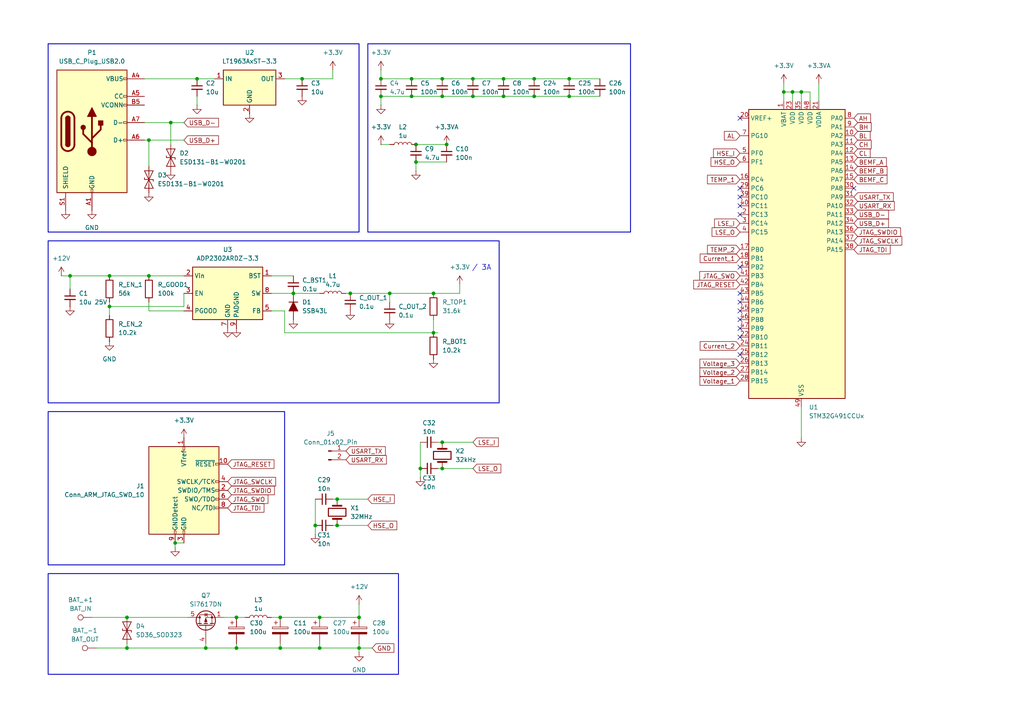
<source format=kicad_sch>
(kicad_sch (version 20231120) (generator "eeschema") (generator_version "8.0")
  (paper "A4")
  (lib_symbols
    (symbol "Connector:Conn_01x02_Pin" (pin_names (offset 1.016) hide)
      (property "Reference" "J" (at 0 2.54 0))
      (property "Value" "Conn_01x02_Pin" (at 0 -5.08 0))
      (symbol "Conn_01x02_Pin_1_1"
        (pin passive line (at 5.08 0 180) (length 3.81) (name "Pin_1") (number "1"))
        (pin passive line (at 5.08 -2.54 180) (length 3.81) (name "Pin_2") (number "2"))
      )
    )
    (symbol "Connector:Conn_ARM_JTAG_SWD_10" (pin_names (offset 1.016))
      (property "Reference" "J" (at -2.54 16.51 0))
      (property "Value" "Conn_ARM_JTAG_SWD_10" (at -2.54 13.97 0))
      (symbol "Conn_ARM_JTAG_SWD_10_1_1"
        (pin power_in line (at 0 15.24 270) (length 2.54) (name "VTref") (number "1"))
        (pin open_collector line (at 12.7 7.62 180) (length 2.54) (name "~{RESET}") (number "10"))
        (pin bidirectional line (at 12.7 0 180) (length 2.54) (name "SWDIO/TMS") (number "2"))
        (pin power_in line (at 0 -15.24 90) (length 2.54) (name "GND") (number "3"))
        (pin output line (at 12.7 2.54 180) (length 2.54) (name "SWCLK/TCK") (number "4"))
        (pin passive line (at 0 -15.24 90) (length 2.54) hide (name "GND") (number "5"))
        (pin input line (at 12.7 -2.54 180) (length 2.54) (name "SWO/TDO") (number "6"))
        (pin no_connect line (at -10.16 0 0) (length 2.54) hide (name "KEY") (number "7"))
        (pin output line (at 12.7 -5.08 180) (length 2.54) (name "NC/TDI") (number "8"))
        (pin passive line (at -2.54 -15.24 90) (length 2.54) (name "GNDDetect") (number "9"))
      )
    )
    (symbol "Connector:TestPoint" (pin_numbers hide) (pin_names (offset 0.762) hide)
      (property "Reference" "U_Bat-1" (at 5.08 3.302 90))
      (property "Value" "U_Bat -" (at 2.54 3.302 90))
      (symbol "TestPoint_1_1"
        (pin power_out line (at 0 0 90) (length 2.54) (name "1") (number "1"))
      )
    )
    (symbol "Connector:USB_C_Plug_USB2.0" (pin_names (offset 1.016))
      (property "Reference" "P1" (at 0 22.86 0))
      (property "Value" "USB_C_Plug_USB2.0" (at 0 20.32 0))
      (symbol "USB_C_Plug_USB2.0_1_1"
        (pin passive line (at 0 -22.86 90) (length 5.08) (name "GND") (number "A1"))
        (pin passive line (at 0 -22.86 90) (length 5.08) hide (name "GND") (number "A12"))
        (pin power_out line (at 15.24 15.24 180) (length 5.08) (name "VBUS") (number "A4"))
        (pin bidirectional line (at 15.24 10.16 180) (length 5.08) (name "CC") (number "A5"))
        (pin bidirectional line (at 15.24 -2.54 180) (length 5.08) (name "D+") (number "A6"))
        (pin bidirectional line (at 15.24 2.54 180) (length 5.08) (name "D-") (number "A7"))
        (pin passive line (at 15.24 15.24 180) (length 5.08) hide (name "VBUS") (number "A9"))
        (pin passive line (at 0 -22.86 90) (length 5.08) hide (name "GND") (number "B1"))
        (pin passive line (at 0 -22.86 90) (length 5.08) hide (name "GND") (number "B12"))
        (pin passive line (at 15.24 15.24 180) (length 5.08) hide (name "VBUS") (number "B4"))
        (pin bidirectional line (at 15.24 7.62 180) (length 5.08) (name "VCONN") (number "B5"))
        (pin passive line (at 15.24 15.24 180) (length 5.08) hide (name "VBUS") (number "B9"))
        (pin passive line (at -7.62 -22.86 90) (length 5.08) (name "SHIELD") (number "S1"))
      )
    )
    (symbol "Device:C_Polarized" (pin_numbers hide) (pin_names (offset 0.254))
      (property "Reference" "C" (at 0.635 2.54 0))
      (property "Value" "C_Polarized" (at 0.635 -2.54 0))
      (symbol "C_Polarized_1_1"
        (pin passive line (at 0 3.81 270) (length 2.794) (name "~") (number "1"))
        (pin passive line (at 0 -3.81 90) (length 2.794) (name "~") (number "2"))
      )
    )
    (symbol "Device:C_Small" (pin_numbers hide) (pin_names (offset 0.254) hide)
      (property "Reference" "C" (at 0.254 1.778 0))
      (property "Value" "C_Small" (at 0.254 -2.032 0))
      (symbol "C_Small_1_1"
        (pin passive line (at 0 2.54 270) (length 2.032) (name "~") (number "1"))
        (pin passive line (at 0 -2.54 90) (length 2.032) (name "~") (number "2"))
      )
    )
    (symbol "Device:Crystal" (pin_numbers hide) (pin_names (offset 1.016) hide)
      (property "Reference" "Y" (at 0 3.81 0))
      (property "Value" "Crystal" (at 0 -3.81 0))
      (symbol "Crystal_1_1"
        (pin passive line (at -3.81 0 0) (length 1.27) (name "1") (number "1"))
        (pin passive line (at 3.81 0 180) (length 1.27) (name "2") (number "2"))
      )
    )
    (symbol "Device:D_Filled" (pin_numbers hide) (pin_names (offset 1.016) hide)
      (property "Reference" "D" (at 0 2.54 0))
      (property "Value" "D_Filled" (at 0 -2.54 0))
      (symbol "D_Filled_1_1"
        (pin passive line (at -3.81 0 0) (length 2.54) (name "K") (number "1"))
        (pin passive line (at 3.81 0 180) (length 2.54) (name "A") (number "2"))
      )
    )
    (symbol "Device:L" (pin_numbers hide) (pin_names (offset 1.016) hide)
      (property "Reference" "L" (at -1.27 0 90))
      (property "Value" "L" (at 1.905 0 90))
      (symbol "L_1_1"
        (pin passive line (at 0 3.81 270) (length 1.27) (name "1") (number "1"))
        (pin passive line (at 0 -3.81 90) (length 1.27) (name "2") (number "2"))
      )
    )
    (symbol "Device:R" (pin_numbers hide) (pin_names (offset 0))
      (property "Reference" "R" (at 2.032 0 90))
      (property "Value" "R" (at 0 0 90))
      (symbol "R_1_1"
        (pin passive line (at 0 3.81 270) (length 1.27) (name "~") (number "1"))
        (pin passive line (at 0 -3.81 90) (length 1.27) (name "~") (number "2"))
      )
    )
    (symbol "Diode:ESD131-B1-W0201" (pin_numbers hide) (pin_names (offset 1.016) hide)
      (property "Reference" "D" (at 0 2.54 0))
      (property "Value" "ESD131-B1-W0201" (at 0 -2.54 0))
      (symbol "ESD131-B1-W0201_1_1"
        (pin passive line (at -3.81 0 0) (length 2.54) (name "A1") (number "1"))
        (pin passive line (at 3.81 0 180) (length 2.54) (name "A2") (number "2"))
      )
    )
    (symbol "Diode:SD36_SOD323" (pin_numbers hide) (pin_names (offset 1.016) hide)
      (property "Reference" "D" (at 0 2.54 0))
      (property "Value" "SD36_SOD323" (at 0 -2.54 0))
      (symbol "SD36_SOD323_1_1"
        (pin passive line (at -3.81 0 0) (length 2.54) (name "A1") (number "1"))
        (pin passive line (at 3.81 0 180) (length 2.54) (name "A2") (number "2"))
      )
    )
    (symbol "MCU_ST_STM32G4:STM32G491CCUx"
      (property "Reference" "U" (at -12.7 44.45 0))
      (property "Value" "STM32G491CCUx" (at 10.16 44.45 0))
      (symbol "STM32G491CCUx_1_1"
        (pin power_in line (at -2.54 45.72 270) (length 2.54) (name "VBAT") (number "1"))
        (pin bidirectional line (at 17.78 35.56 180) (length 2.54) (name "PA2") (number "10"))
        (pin bidirectional line (at 17.78 33.02 180) (length 2.54) (name "PA3") (number "11"))
        (pin bidirectional line (at 17.78 30.48 180) (length 2.54) (name "PA4") (number "12"))
        (pin bidirectional line (at 17.78 27.94 180) (length 2.54) (name "PA5") (number "13"))
        (pin bidirectional line (at 17.78 25.4 180) (length 2.54) (name "PA6") (number "14"))
        (pin bidirectional line (at 17.78 22.86 180) (length 2.54) (name "PA7") (number "15"))
        (pin bidirectional line (at -15.24 22.86 0) (length 2.54) (name "PC4") (number "16"))
        (pin bidirectional line (at -15.24 2.54 0) (length 2.54) (name "PB0") (number "17"))
        (pin bidirectional line (at -15.24 0 0) (length 2.54) (name "PB1") (number "18"))
        (pin bidirectional line (at -15.24 -2.54 0) (length 2.54) (name "PB2") (number "19"))
        (pin bidirectional line (at -15.24 12.7 0) (length 2.54) (name "PC13") (number "2"))
        (pin input line (at -15.24 40.64 0) (length 2.54) (name "VREF+") (number "20"))
        (pin power_in line (at 7.62 45.72 270) (length 2.54) (name "VDDA") (number "21"))
        (pin bidirectional line (at -15.24 -22.86 0) (length 2.54) (name "PB10") (number "22"))
        (pin power_in line (at 0 45.72 270) (length 2.54) (name "VDD") (number "23"))
        (pin bidirectional line (at -15.24 -25.4 0) (length 2.54) (name "PB11") (number "24"))
        (pin bidirectional line (at -15.24 -27.94 0) (length 2.54) (name "PB12") (number "25"))
        (pin bidirectional line (at -15.24 -30.48 0) (length 2.54) (name "PB13") (number "26"))
        (pin bidirectional line (at -15.24 -33.02 0) (length 2.54) (name "PB14") (number "27"))
        (pin bidirectional line (at -15.24 -35.56 0) (length 2.54) (name "PB15") (number "28"))
        (pin bidirectional line (at -15.24 20.32 0) (length 2.54) (name "PC6") (number "29"))
        (pin bidirectional line (at -15.24 10.16 0) (length 2.54) (name "PC14") (number "3"))
        (pin bidirectional line (at 17.78 20.32 180) (length 2.54) (name "PA8") (number "30"))
        (pin bidirectional line (at 17.78 17.78 180) (length 2.54) (name "PA9") (number "31"))
        (pin bidirectional line (at 17.78 15.24 180) (length 2.54) (name "PA10") (number "32"))
        (pin bidirectional line (at 17.78 12.7 180) (length 2.54) (name "PA11") (number "33"))
        (pin bidirectional line (at 17.78 10.16 180) (length 2.54) (name "PA12") (number "34"))
        (pin power_in line (at 2.54 45.72 270) (length 2.54) (name "VDD") (number "35"))
        (pin bidirectional line (at 17.78 7.62 180) (length 2.54) (name "PA13") (number "36"))
        (pin bidirectional line (at 17.78 5.08 180) (length 2.54) (name "PA14") (number "37"))
        (pin bidirectional line (at 17.78 2.54 180) (length 2.54) (name "PA15") (number "38"))
        (pin bidirectional line (at -15.24 17.78 0) (length 2.54) (name "PC10") (number "39"))
        (pin bidirectional line (at -15.24 7.62 0) (length 2.54) (name "PC15") (number "4"))
        (pin bidirectional line (at -15.24 15.24 0) (length 2.54) (name "PC11") (number "40"))
        (pin bidirectional line (at -15.24 -5.08 0) (length 2.54) (name "PB3") (number "41"))
        (pin bidirectional line (at -15.24 -7.62 0) (length 2.54) (name "PB4") (number "42"))
        (pin bidirectional line (at -15.24 -10.16 0) (length 2.54) (name "PB5") (number "43"))
        (pin bidirectional line (at -15.24 -12.7 0) (length 2.54) (name "PB6") (number "44"))
        (pin bidirectional line (at -15.24 -15.24 0) (length 2.54) (name "PB7") (number "45"))
        (pin bidirectional line (at -15.24 -17.78 0) (length 2.54) (name "PB8") (number "46"))
        (pin bidirectional line (at -15.24 -20.32 0) (length 2.54) (name "PB9") (number "47"))
        (pin power_in line (at 5.08 45.72 270) (length 2.54) (name "VDD") (number "48"))
        (pin power_in line (at 2.54 -43.18 90) (length 2.54) (name "VSS") (number "49"))
        (pin bidirectional line (at -15.24 30.48 0) (length 2.54) (name "PF0") (number "5"))
        (pin bidirectional line (at -15.24 27.94 0) (length 2.54) (name "PF1") (number "6"))
        (pin bidirectional line (at -15.24 35.56 0) (length 2.54) (name "PG10") (number "7"))
        (pin bidirectional line (at 17.78 40.64 180) (length 2.54) (name "PA0") (number "8"))
        (pin bidirectional line (at 17.78 38.1 180) (length 2.54) (name "PA1") (number "9"))
      )
    )
    (symbol "Regulator_Linear:LT1963AxST-3.3"
      (property "Reference" "U" (at -7.62 6.35 0))
      (property "Value" "LT1963AxST-3.3" (at -1.27 6.35 0))
      (symbol "LT1963AxST-3.3_1_1"
        (pin power_in line (at -10.16 2.54 0) (length 2.54) (name "IN") (number "1"))
        (pin power_in line (at 0 -7.62 90) (length 2.54) (name "GND") (number "2"))
        (pin power_out line (at 10.16 2.54 180) (length 2.54) (name "OUT") (number "3"))
      )
    )
    (symbol "Regulator_Switching:ADP2302ARDZ-3.3"
      (property "Reference" "U" (at -10.16 8.89 0))
      (property "Value" "ADP2302ARDZ-3.3" (at -3.81 8.89 0))
      (symbol "ADP2302ARDZ-3.3_1_1"
        (pin input line (at 12.7 5.08 180) (length 2.54) (name "BST") (number "1"))
        (pin power_in line (at -12.7 5.08 0) (length 2.54) (name "Vin") (number "2"))
        (pin input line (at -12.7 0 0) (length 2.54) (name "EN") (number "3"))
        (pin output line (at -12.7 -5.08 0) (length 2.54) (name "PGOOD") (number "4"))
        (pin input line (at 12.7 -5.08 180) (length 2.54) (name "FB") (number "5"))
        (pin no_connect line (at -10.16 2.54 0) (length 2.54) hide (name "NC") (number "6"))
        (pin power_in line (at 0 -10.16 90) (length 2.54) (name "GND") (number "7"))
        (pin power_out line (at 12.7 0 180) (length 2.54) (name "SW") (number "8"))
        (pin power_in line (at 2.54 -10.16 90) (length 2.54) (name "PADGND") (number "9"))
      )
    )
    (symbol "TestPoint_1" (pin_numbers hide) (pin_names (offset 0.762) hide)
      (property "Reference" "U_Bat+1" (at 5.08 3.302 90))
      (property "Value" "U_Bat +" (at 2.54 3.302 90))
      (symbol "TestPoint_1_1_1"
        (pin power_out line (at 0 0 90) (length 2.54) (name "1") (number "1"))
      )
    )
    (symbol "Transistor_FET:Si7617DN" (pin_names hide)
      (property "Reference" "Q" (at 5.08 1.905 0))
      (property "Value" "Si7617DN" (at 5.08 0 0))
      (symbol "Si7617DN_1_1"
        (pin passive line (at 2.54 -5.08 90) (length 2.54) (name "S") (number "1"))
        (pin passive line (at 2.54 -5.08 90) (length 2.54) hide (name "S") (number "2"))
        (pin passive line (at 2.54 -5.08 90) (length 2.54) hide (name "S") (number "3"))
        (pin input line (at -5.08 0 0) (length 2.54) (name "G") (number "4"))
        (pin passive line (at 2.54 5.08 270) (length 2.54) (name "D") (number "5"))
      )
    )
    (symbol "power:+12V" (power) (pin_numbers hide) (pin_names (offset 0) hide)
      (property "Value" "+12V" (at 0 3.556 0))
      (symbol "+12V_1_1"
        (pin power_in line (at 0 0 90) (length 0) (name "~") (number "1"))
      )
    )
    (symbol "power:+3.3V" (power) (pin_numbers hide) (pin_names (offset 0) hide)
      (property "Value" "+3.3V" (at 0 3.556 0))
      (symbol "+3.3V_1_1"
        (pin power_in line (at 0 0 90) (length 0) (name "~") (number "1"))
      )
    )
    (symbol "power:+3.3VA" (power) (pin_numbers hide) (pin_names (offset 0) hide)
      (property "Value" "+3.3VA" (at 0 3.556 0))
      (symbol "+3.3VA_1_1"
        (pin power_in line (at 0 0 90) (length 0) (name "~") (number "1"))
      )
    )
    (symbol "power:GND" (power) (pin_numbers hide) (pin_names (offset 0) hide)
      (property "Value" "GND" (at 0 -3.81 0))
      (symbol "GND_1_1"
        (pin power_in line (at 0 0 270) (length 0) (name "~") (number "1"))
      )
    )
  )
  (junction (at 128.27 27.94))
  (junction (at 92.71 187.96))
  (junction (at 128.27 135.89))
  (junction (at 87.63 22.86))
  (junction (at 50.8 157.48))
  (junction (at 165.1 22.86))
  (junction (at 36.83 187.96))
  (junction (at 128.27 22.86))
  (junction (at 154.94 22.86))
  (junction (at 85.09 85.09))
  (junction (at 120.65 46.99))
  (junction (at 97.79 144.78))
  (junction (at 68.58 187.96))
  (junction (at 59.69 187.96))
  (junction (at 146.05 27.94))
  (junction (at 120.65 41.91))
  (junction (at 91.44 152.4))
  (junction (at 119.38 22.86))
  (junction (at 81.28 179.07))
  (junction (at 119.38 27.94))
  (junction (at 43.18 40.64))
  (junction (at 154.94 27.94))
  (junction (at 43.18 80.01))
  (junction (at 121.92 135.89))
  (junction (at 68.58 179.07))
  (junction (at 137.16 22.86))
  (junction (at 125.73 96.52))
  (junction (at 36.83 179.07))
  (junction (at 128.27 128.27))
  (junction (at 97.79 152.4))
  (junction (at 20.32 80.01))
  (junction (at 92.71 179.07))
  (junction (at 137.16 27.94))
  (junction (at 81.28 187.96))
  (junction (at 31.75 88.9))
  (junction (at 229.87 26.67))
  (junction (at 110.49 27.94))
  (junction (at 104.14 187.96))
  (junction (at 227.33 26.67))
  (junction (at 232.41 26.67))
  (junction (at 101.6 85.09))
  (junction (at 49.53 35.56))
  (junction (at 125.73 85.09))
  (junction (at 113.03 85.09))
  (junction (at 104.14 179.07))
  (junction (at 31.75 80.01))
  (junction (at 146.05 22.86))
  (junction (at 57.15 22.86))
  (junction (at 165.1 27.94))
  (junction (at 129.54 41.91))
  (junction (at 110.49 22.86))
  (no_connect (at 214.63 95.25))
  (no_connect (at 214.63 54.61))
  (no_connect (at 214.63 102.87))
  (no_connect (at 214.63 59.69))
  (no_connect (at 214.63 85.09))
  (no_connect (at 214.63 34.29))
  (no_connect (at 214.63 92.71))
  (no_connect (at 214.63 77.47))
  (no_connect (at 214.63 62.23))
  (no_connect (at 214.63 97.79))
  (no_connect (at 214.63 57.15))
  (no_connect (at 214.63 87.63))
  (no_connect (at 214.63 90.17))
  (no_connect (at 247.65 54.61))
  (wire (pts (xy 92.71 186.69) (xy 92.71 187.96)))
  (wire (pts (xy 146.05 27.94) (xy 154.94 27.94)))
  (wire (pts (xy 146.05 22.86) (xy 154.94 22.86)))
  (wire (pts (xy 125.73 96.52) (xy 82.55 96.52)))
  (wire (pts (xy 36.83 186.69) (xy 36.83 187.96)))
  (wire (pts (xy 82.55 22.86) (xy 87.63 22.86)))
  (wire (pts (xy 234.95 26.67) (xy 232.41 26.67)))
  (wire (pts (xy 97.79 144.78) (xy 106.68 144.78)))
  (wire (pts (xy 234.95 29.21) (xy 234.95 26.67)))
  (wire (pts (xy 50.8 157.48) (xy 53.34 157.48)))
  (wire (pts (xy 110.49 41.91) (xy 113.03 41.91)))
  (wire (pts (xy 59.69 187.96) (xy 59.69 186.69)))
  (wire (pts (xy 227.33 24.13) (xy 227.33 26.67)))
  (wire (pts (xy 36.83 179.07) (xy 54.61 179.07)))
  (wire (pts (xy 20.32 80.01) (xy 20.32 83.82)))
  (wire (pts (xy 78.74 85.09) (xy 85.09 85.09)))
  (wire (pts (xy 121.92 135.89) (xy 121.92 138.43)))
  (wire (pts (xy 49.53 35.56) (xy 41.91 35.56)))
  (wire (pts (xy 165.1 27.94) (xy 173.99 27.94)))
  (wire (pts (xy 82.55 90.17) (xy 78.74 90.17)))
  (wire (pts (xy 96.52 152.4) (xy 97.79 152.4)))
  (wire (pts (xy 232.41 127) (xy 232.41 118.11)))
  (wire (pts (xy 128.27 135.89) (xy 137.16 135.89)))
  (wire (pts (xy 43.18 40.64) (xy 53.34 40.64)))
  (wire (pts (xy 87.63 22.86) (xy 96.52 22.86)))
  (wire (pts (xy 113.03 85.09) (xy 125.73 85.09)))
  (wire (pts (xy 92.71 187.96) (xy 81.28 187.96)))
  (wire (pts (xy 165.1 22.86) (xy 173.99 22.86)))
  (wire (pts (xy 78.74 80.01) (xy 85.09 80.01)))
  (wire (pts (xy 128.27 22.86) (xy 137.16 22.86)))
  (wire (pts (xy 96.52 144.78) (xy 97.79 144.78)))
  (wire (pts (xy 50.8 157.48) (xy 50.8 158.75)))
  (wire (pts (xy 120.65 46.99) (xy 129.54 46.99)))
  (wire (pts (xy 81.28 179.07) (xy 92.71 179.07)))
  (wire (pts (xy 31.75 87.63) (xy 31.75 88.9)))
  (wire (pts (xy 125.73 92.71) (xy 125.73 96.52)))
  (wire (pts (xy 104.14 175.26) (xy 104.14 179.07)))
  (wire (pts (xy 36.83 187.96) (xy 59.69 187.96)))
  (wire (pts (xy 127 128.27) (xy 128.27 128.27)))
  (wire (pts (xy 57.15 22.86) (xy 62.23 22.86)))
  (wire (pts (xy 232.41 26.67) (xy 232.41 29.21)))
  (wire (pts (xy 41.91 40.64) (xy 43.18 40.64)))
  (wire (pts (xy 110.49 20.32) (xy 110.49 22.86)))
  (wire (pts (xy 137.16 22.86) (xy 146.05 22.86)))
  (wire (pts (xy 127 135.89) (xy 128.27 135.89)))
  (wire (pts (xy 128.27 27.94) (xy 119.38 27.94)))
  (wire (pts (xy 125.73 85.09) (xy 133.35 85.09)))
  (wire (pts (xy 43.18 40.64) (xy 43.18 48.26)))
  (wire (pts (xy 232.41 26.67) (xy 229.87 26.67)))
  (wire (pts (xy 154.94 22.86) (xy 165.1 22.86)))
  (wire (pts (xy 43.18 90.17) (xy 53.34 90.17)))
  (wire (pts (xy 133.35 82.55) (xy 133.35 85.09)))
  (wire (pts (xy 229.87 26.67) (xy 229.87 29.21)))
  (wire (pts (xy 113.03 87.63) (xy 113.03 85.09)))
  (wire (pts (xy 146.05 27.94) (xy 137.16 27.94)))
  (wire (pts (xy 120.65 46.99) (xy 120.65 49.53)))
  (wire (pts (xy 81.28 187.96) (xy 68.58 187.96)))
  (wire (pts (xy 237.49 24.13) (xy 237.49 29.21)))
  (wire (pts (xy 53.34 85.09) (xy 53.34 88.9)))
  (wire (pts (xy 119.38 22.86) (xy 128.27 22.86)))
  (wire (pts (xy 78.74 179.07) (xy 81.28 179.07)))
  (wire (pts (xy 91.44 152.4) (xy 91.44 154.94)))
  (wire (pts (xy 31.75 80.01) (xy 43.18 80.01)))
  (wire (pts (xy 104.14 187.96) (xy 104.14 189.23)))
  (wire (pts (xy 85.09 85.09) (xy 92.71 85.09)))
  (wire (pts (xy 53.34 88.9) (xy 31.75 88.9)))
  (wire (pts (xy 227.33 26.67) (xy 227.33 29.21)))
  (wire (pts (xy 41.91 22.86) (xy 57.15 22.86)))
  (wire (pts (xy 43.18 80.01) (xy 53.34 80.01)))
  (wire (pts (xy 229.87 26.67) (xy 227.33 26.67)))
  (wire (pts (xy 68.58 186.69) (xy 68.58 187.96)))
  (wire (pts (xy 81.28 186.69) (xy 81.28 187.96)))
  (wire (pts (xy 64.77 179.07) (xy 68.58 179.07)))
  (wire (pts (xy 91.44 144.78) (xy 91.44 152.4)))
  (wire (pts (xy 128.27 128.27) (xy 137.16 128.27)))
  (wire (pts (xy 120.65 41.91) (xy 129.54 41.91)))
  (wire (pts (xy 127 96.52) (xy 125.73 96.52)))
  (wire (pts (xy 43.18 87.63) (xy 43.18 90.17)))
  (wire (pts (xy 57.15 30.48) (xy 57.15 27.94)))
  (wire (pts (xy 27.94 187.96) (xy 36.83 187.96)))
  (wire (pts (xy 82.55 96.52) (xy 82.55 90.17)))
  (wire (pts (xy 104.14 186.69) (xy 104.14 187.96)))
  (wire (pts (xy 26.67 179.07) (xy 36.83 179.07)))
  (wire (pts (xy 121.92 128.27) (xy 121.92 135.89)))
  (wire (pts (xy 53.34 35.56) (xy 49.53 35.56)))
  (wire (pts (xy 31.75 88.9) (xy 31.75 91.44)))
  (wire (pts (xy 92.71 179.07) (xy 104.14 179.07)))
  (wire (pts (xy 119.38 27.94) (xy 110.49 27.94)))
  (wire (pts (xy 97.79 152.4) (xy 106.68 152.4)))
  (wire (pts (xy 104.14 187.96) (xy 92.71 187.96)))
  (wire (pts (xy 96.52 20.32) (xy 96.52 22.86)))
  (wire (pts (xy 154.94 27.94) (xy 165.1 27.94)))
  (wire (pts (xy 104.14 187.96) (xy 107.95 187.96)))
  (wire (pts (xy 20.32 80.01) (xy 31.75 80.01)))
  (wire (pts (xy 49.53 35.56) (xy 49.53 41.91)))
  (wire (pts (xy 100.33 85.09) (xy 101.6 85.09)))
  (wire (pts (xy 17.78 80.01) (xy 20.32 80.01)))
  (wire (pts (xy 101.6 85.09) (xy 113.03 85.09)))
  (wire (pts (xy 110.49 27.94) (xy 110.49 30.48)))
  (wire (pts (xy 110.49 22.86) (xy 119.38 22.86)))
  (wire (pts (xy 137.16 27.94) (xy 128.27 27.94)))
  (wire (pts (xy 68.58 179.07) (xy 71.12 179.07)))
  (wire (pts (xy 59.69 187.96) (xy 68.58 187.96)))
  (rectangle (start 106.68 12.7) (end 182.88 67.31) (stroke (width 0.254)))
  (rectangle (start 13.97 12.7) (end 104.14 67.31) (stroke (width 0.254)))
  (rectangle (start 13.97 166.37) (end 115.57 195.58) (stroke (width 0.254)))
  (rectangle (start 13.97 69.85) (end 144.78 116.84) (stroke (width 0.254)))
  (rectangle (start 13.97 119.38) (end 82.55 163.83) (stroke (width 0.254)))
  (text "/ 3A" (at 139.7 77.724 0) (effects (font (size 1.524 1.524))))
  (global_label "BEMF_C" (shape input) (at 247.65 52.07 0) (property "Intersheetrefs" "${INTERSHEET_REFS}" (effects (hide yes))))
  (global_label "USART_TX" (shape input) (at 100.33 130.81 0) (property "Intersheetrefs" "${INTERSHEET_REFS}" (effects (hide yes))))
  (global_label "JTAG_RESET" (shape input) (at 214.63 82.55 180) (property "Intersheetrefs" "${INTERSHEET_REFS}" (effects (hide yes))))
  (global_label "Voltage_3" (shape input) (at 214.63 105.41 180) (property "Intersheetrefs" "${INTERSHEET_REFS}" (effects (hide yes))))
  (global_label "HSE_I" (shape input) (at 214.63 44.45 180) (property "Intersheetrefs" "${INTERSHEET_REFS}" (effects (hide yes))))
  (global_label "Voltage_2" (shape input) (at 214.63 107.95 180) (property "Intersheetrefs" "${INTERSHEET_REFS}" (effects (hide yes))))
  (global_label "JTAG_TDI" (shape input) (at 247.65 72.39 0) (property "Intersheetrefs" "${INTERSHEET_REFS}" (effects (hide yes))))
  (global_label "JTAG_SWDIO" (shape input) (at 66.04 142.24 0) (property "Intersheetrefs" "${INTERSHEET_REFS}" (effects (hide yes))))
  (global_label "AL" (shape input) (at 214.63 39.37 180) (property "Intersheetrefs" "${INTERSHEET_REFS}" (effects (hide yes))))
  (global_label "Current_2" (shape input) (at 214.63 100.33 180) (property "Intersheetrefs" "${INTERSHEET_REFS}" (effects (hide yes))))
  (global_label "JTAG_TDI" (shape input) (at 66.04 147.32 0) (property "Intersheetrefs" "${INTERSHEET_REFS}" (effects (hide yes))))
  (global_label "BH" (shape input) (at 247.65 36.83 0) (property "Intersheetrefs" "${INTERSHEET_REFS}" (effects (hide yes))))
  (global_label "HSE_O" (shape input) (at 214.63 46.99 180) (property "Intersheetrefs" "${INTERSHEET_REFS}" (effects (hide yes))))
  (global_label "JTAG_SWCLK" (shape input) (at 247.65 69.85 0) (property "Intersheetrefs" "${INTERSHEET_REFS}" (effects (hide yes))))
  (global_label "CH" (shape input) (at 247.65 41.91 0) (property "Intersheetrefs" "${INTERSHEET_REFS}" (effects (hide yes))))
  (global_label "LSE_O" (shape input) (at 214.63 67.31 180) (property "Intersheetrefs" "${INTERSHEET_REFS}" (effects (hide yes))))
  (global_label "TEMP_1" (shape input) (at 214.63 52.07 180) (property "Intersheetrefs" "${INTERSHEET_REFS}" (effects (hide yes))))
  (global_label "JTAG_SWCLK" (shape input) (at 66.04 139.7 0) (property "Intersheetrefs" "${INTERSHEET_REFS}" (effects (hide yes))))
  (global_label "HSE_I" (shape input) (at 106.68 144.78 0) (property "Intersheetrefs" "${INTERSHEET_REFS}" (effects (hide yes))))
  (global_label "JTAG_SWDIO" (shape input) (at 247.65 67.31 0) (property "Intersheetrefs" "${INTERSHEET_REFS}" (effects (hide yes))))
  (global_label "BEMF_B" (shape input) (at 247.65 49.53 0) (property "Intersheetrefs" "${INTERSHEET_REFS}" (effects (hide yes))))
  (global_label "JTAG_SWO" (shape input) (at 66.04 144.78 0) (property "Intersheetrefs" "${INTERSHEET_REFS}" (effects (hide yes))))
  (global_label "BEMF_A" (shape input) (at 247.65 46.99 0) (property "Intersheetrefs" "${INTERSHEET_REFS}" (effects (hide yes))))
  (global_label "USART_RX" (shape input) (at 100.33 133.35 0) (property "Intersheetrefs" "${INTERSHEET_REFS}" (effects (hide yes))))
  (global_label "LSE_O" (shape input) (at 137.16 135.89 0) (property "Intersheetrefs" "${INTERSHEET_REFS}" (effects (hide yes))))
  (global_label "LSE_I" (shape input) (at 214.63 64.77 180) (property "Intersheetrefs" "${INTERSHEET_REFS}" (effects (hide yes))))
  (global_label "LSE_I" (shape input) (at 137.16 128.27 0) (property "Intersheetrefs" "${INTERSHEET_REFS}" (effects (hide yes))))
  (global_label "USB_D-" (shape input) (at 53.34 35.56 0) (property "Intersheetrefs" "${INTERSHEET_REFS}" (effects (hide yes))))
  (global_label "USART_TX" (shape input) (at 247.65 57.15 0) (property "Intersheetrefs" "${INTERSHEET_REFS}" (effects (hide yes))))
  (global_label "JTAG_RESET" (shape input) (at 66.04 134.62 0) (property "Intersheetrefs" "${INTERSHEET_REFS}" (effects (hide yes))))
  (global_label "Voltage_1" (shape input) (at 214.63 110.49 180) (property "Intersheetrefs" "${INTERSHEET_REFS}" (effects (hide yes))))
  (global_label "Current_1" (shape input) (at 214.63 74.93 180) (property "Intersheetrefs" "${INTERSHEET_REFS}" (effects (hide yes))))
  (global_label "TEMP_2" (shape input) (at 214.63 72.39 180) (property "Intersheetrefs" "${INTERSHEET_REFS}" (effects (hide yes))))
  (global_label "GND" (shape input) (at 107.95 187.96 0) (property "Intersheetrefs" "${INTERSHEET_REFS}" (effects (hide yes))))
  (global_label "BL" (shape input) (at 247.65 39.37 0) (property "Intersheetrefs" "${INTERSHEET_REFS}" (effects (hide yes))))
  (global_label "USB_D+" (shape input) (at 247.65 64.77 0) (property "Intersheetrefs" "${INTERSHEET_REFS}" (effects (hide yes))))
  (global_label "USB_D+" (shape input) (at 53.34 40.64 0) (property "Intersheetrefs" "${INTERSHEET_REFS}" (effects (hide yes))))
  (global_label "USART_RX" (shape input) (at 247.65 59.69 0) (property "Intersheetrefs" "${INTERSHEET_REFS}" (effects (hide yes))))
  (global_label "AH" (shape input) (at 247.65 34.29 0) (property "Intersheetrefs" "${INTERSHEET_REFS}" (effects (hide yes))))
  (global_label "CL" (shape input) (at 247.65 44.45 0) (property "Intersheetrefs" "${INTERSHEET_REFS}" (effects (hide yes))))
  (global_label "USB_D-" (shape input) (at 247.65 62.23 0) (property "Intersheetrefs" "${INTERSHEET_REFS}" (effects (hide yes))))
  (global_label "HSE_O" (shape input) (at 106.68 152.4 0) (property "Intersheetrefs" "${INTERSHEET_REFS}" (effects (hide yes))))
  (global_label "JTAG_SWO" (shape input) (at 214.63 80.01 180) (property "Intersheetrefs" "${INTERSHEET_REFS}" (effects (hide yes))))
  (symbol (lib_id "power:GND") (at 85.09 92.71 0) (unit 1)
    (property "Reference" "#PWR09" (effects (hide yes)))
    (property "Value" "GND" (effects (hide yes)))
    (property "Description" "Power symbol creates a global label with name \"GND\" , ground" (effects (hide yes)))
  )
  (symbol (lib_id "power:GND") (at 68.58 95.25 0) (unit 1)
    (property "Reference" "#PWR06" (effects (hide yes)))
    (property "Value" "GND" (effects (hide yes)))
    (property "Description" "Power symbol creates a global label with name \"GND\" , ground" (effects (hide yes)))
  )
  (symbol (lib_id "power:GND") (at 101.6 90.17 0) (unit 1)
    (property "Reference" "#PWR07" (effects (hide yes)))
    (property "Value" "GND" (effects (hide yes)))
    (property "Description" "Power symbol creates a global label with name \"GND\" , ground" (effects (hide yes)))
  )
  (symbol (lib_id "Connector:USB_C_Plug_USB2.0") (at 26.67 38.1 0) (unit 1)
    (property "Reference" "P1" (at 26.67 15.24 0))
    (property "Value" "USB_C_Plug_USB2.0" (at 26.67 17.78 0))
    (property "Footprint" "Connector_USB:USB_C_Receptacle_Amphenol_12401610E4-2A" (effects (hide yes)))
    (property "Datasheet" "https://www.usb.org/sites/default/files/documents/usb_type-c.zip" (effects (hide yes)))
    (property "Description" "USB 2.0-only Type-C Plug connector" (effects (hide yes)))
  )
  (symbol (lib_id "power:GND") (at 66.04 95.25 0) (unit 1)
    (property "Reference" "#PWR05" (effects (hide yes)))
    (property "Value" "GND" (effects (hide yes)))
    (property "Description" "Power symbol creates a global label with name \"GND\" , ground" (effects (hide yes)))
  )
  (symbol (lib_id "Device:C_Small") (at 173.99 25.4 0) (unit 1)
    (property "Reference" "C26" (at 176.53 24.1362 0) (effects (justify left)))
    (property "Value" "100n" (at 176.53 26.6762 0) (effects (justify left)))
    (property "Footprint" "Capacitor_SMD:C_0201_0603Metric" (effects (hide yes)))
    (property "Description" "Unpolarized capacitor, small symbol" (effects (hide yes)))
  )
  (symbol (lib_id "Device:C_Small") (at 57.15 25.4 0) (unit 1)
    (property "Reference" "C2" (at 59.69 24.1362 0) (effects (justify left)))
    (property "Value" "10u" (at 59.69 26.6762 0) (effects (justify left)))
    (property "Footprint" "Capacitor_SMD:C_0201_0603Metric" (effects (hide yes)))
    (property "Description" "Unpolarized capacitor, small symbol" (effects (hide yes)))
  )
  (symbol (lib_id "Device:C_Small") (at 128.27 25.4 0) (unit 1)
    (property "Reference" "C6" (at 130.81 24.1362 0) (effects (justify left)))
    (property "Value" "100n" (at 130.81 26.6762 0) (effects (justify left)))
    (property "Footprint" "Capacitor_SMD:C_0201_0603Metric" (effects (hide yes)))
    (property "Description" "Unpolarized capacitor, small symbol" (effects (hide yes)))
  )
  (symbol (lib_id "power:GND") (at 72.39 33.02 0) (unit 1)
    (property "Reference" "#PWR014" (effects (hide yes)))
    (property "Value" "GND" (effects (hide yes)))
    (property "Description" "Power symbol creates a global label with name \"GND\" , ground" (effects (hide yes)))
  )
  (symbol (lib_id "Device:C_Small") (at 101.6 87.63 0) (unit 1)
    (property "Reference" "C_OUT_1" (at 104.14 86.3662 0) (effects (justify left)))
    (property "Value" "0.1u" (at 104.14 88.9062 0) (effects (justify left)))
    (property "Footprint" "Capacitor_SMD:C_0201_0603Metric" (effects (hide yes)))
    (property "Description" "Unpolarized capacitor, small symbol" (effects (hide yes)))
  )
  (symbol (lib_id "Device:R") (at 31.75 95.25 0) (unit 1)
    (property "Reference" "R_EN_2" (at 34.29 93.9799 0) (effects (justify left)))
    (property "Value" "10.2k" (at 34.29 96.5199 0) (effects (justify left)))
    (property "Footprint" "Resistor_SMD:R_0201_0603Metric_Pad0.64x0.40mm_HandSolder" (effects (hide yes)))
    (property "Description" "Resistor" (effects (hide yes)))
  )
  (symbol (lib_id "Device:C_Small") (at 146.05 25.4 0) (unit 1)
    (property "Reference" "C8" (at 148.59 24.1362 0) (effects (justify left)))
    (property "Value" "100n" (at 148.59 26.6762 0) (effects (justify left)))
    (property "Footprint" "Capacitor_SMD:C_0201_0603Metric" (effects (hide yes)))
    (property "Description" "Unpolarized capacitor, small symbol" (effects (hide yes)))
  )
  (symbol (lib_id "Device:C_Polarized") (at 81.28 182.88 0) (unit 1)
    (property "Reference" "C11" (at 85.09 180.7209 0) (effects (justify left)))
    (property "Value" "100u" (at 85.09 183.2609 0) (effects (justify left)))
    (property "Footprint" "Capacitor_SMD:CP_Elec_3x5.3" (effects (hide yes)))
    (property "Description" "Polarized capacitor" (effects (hide yes)))
  )
  (symbol (lib_id "power:GND") (at 121.92 138.43 0) (unit 1)
    (property "Reference" "#PWR053" (effects (hide yes)))
    (property "Value" "GND" (effects (hide yes)))
    (property "Description" "Power symbol creates a global label with name \"GND\" , ground" (effects (hide yes)))
  )
  (symbol (lib_name "TestPoint_1") (lib_id "Connector:TestPoint") (at 26.67 179.07 90) (unit 1)
    (property "Reference" "BAT_+1" (at 23.368 173.99 90))
    (property "Value" "BAT_IN" (at 23.368 176.53 90))
    (property "Footprint" "Connector_Wire:SolderWire-2.5sqmm_1x01_D2.4mm_OD4.4mm" (effects (hide yes)))
    (property "Description" "test point" (effects (hide yes)))
  )
  (symbol (lib_id "Connector:Conn_ARM_JTAG_SWD_10") (at 53.34 142.24 0) (unit 1)
    (property "Reference" "J1" (at 41.91 140.9699 0) (effects (justify right)))
    (property "Value" "Conn_ARM_JTAG_SWD_10" (at 41.91 143.5099 0) (effects (justify right)))
    (property "Footprint" "Connector_PinHeader_1.27mm:PinHeader_2x05_P1.27mm_Vertical_SMD" (effects (hide yes)))
    (property "Datasheet" "http://infocenter.arm.com/help/topic/com.arm.doc.ddi0314h/DDI0314H_coresight_components_trm.pdf" (effects (hide yes)))
    (property "Description" "Cortex Debug Connector, standard ARM Cortex-M SWD and JTAG interface" (effects (hide yes)))
  )
  (symbol (lib_id "power:GND") (at 232.41 127 0) (unit 1)
    (property "Reference" "#PWR026" (effects (hide yes)))
    (property "Value" "GND" (effects (hide yes)))
    (property "Description" "Power symbol creates a global label with name \"GND\" , ground" (effects (hide yes)))
  )
  (symbol (lib_id "power:GND") (at 31.75 99.06 0) (unit 1)
    (property "Reference" "#PWR04" (effects (hide yes)))
    (property "Value" "GND" (at 31.75 104.14 0))
    (property "Description" "Power symbol creates a global label with name \"GND\" , ground" (effects (hide yes)))
  )
  (symbol (lib_id "Device:L") (at 116.84 41.91 90) (unit 1)
    (property "Reference" "L2" (at 116.84 36.83 90))
    (property "Value" "1u" (at 116.84 39.37 90))
    (property "Footprint" "Inductor_SMD:L_0201_0603Metric" (effects (hide yes)))
    (property "Description" "Inductor" (effects (hide yes)))
  )
  (symbol (lib_id "power:GND") (at 57.15 30.48 0) (unit 1)
    (property "Reference" "#PWR013" (effects (hide yes)))
    (property "Value" "GND" (effects (hide yes)))
    (property "Description" "Power symbol creates a global label with name \"GND\" , ground" (effects (hide yes)))
  )
  (symbol (lib_id "Device:C_Small") (at 165.1 25.4 0) (unit 1)
    (property "Reference" "C25" (at 167.64 24.1362 0) (effects (justify left)))
    (property "Value" "100n" (at 167.64 26.6762 0) (effects (justify left)))
    (property "Footprint" "Capacitor_SMD:C_0201_0603Metric" (effects (hide yes)))
    (property "Description" "Unpolarized capacitor, small symbol" (effects (hide yes)))
  )
  (symbol (lib_id "power:+12V") (at 104.14 175.26 0) (unit 1)
    (property "Reference" "#PWR01" (effects (hide yes)))
    (property "Value" "+12V" (at 104.14 170.18 0))
    (property "Description" "Power symbol creates a global label with name \"+12V\"" (effects (hide yes)))
  )
  (symbol (lib_id "Transistor_FET:Si7617DN") (at 59.69 181.61 90) (unit 1)
    (property "Reference" "Q7" (at 59.69 172.72 90))
    (property "Value" "Si7617DN" (at 59.69 175.26 90))
    (property "Footprint" "Package_SO:Vishay_PowerPAK_1212-8_Single" (effects (hide yes)))
    (property "Datasheet" "https://www.vishay.com/docs/65164/si7617dn.pdf" (effects (hide yes)))
    (property "Description" "-35A Id, -30V Vds, 0.0123 Ohm Ron, PowerPAK-8" (effects (hide yes)))
  )
  (symbol (lib_id "Diode:ESD131-B1-W0201") (at 43.18 52.07 90) (unit 1)
    (property "Reference" "D3" (at 45.72 50.7999 90) (effects (justify right)))
    (property "Value" "ESD131-B1-W0201" (at 45.72 53.3399 90) (effects (justify right)))
    (property "Footprint" "Diode_SMD:Infineon_SG-WLL-2-3_0.58x0.28_P0.36mm" (effects (hide yes)))
    (property "Datasheet" "https://www.infineon.com/dgdl/Infineon-ESD131-B1-W0201-DataSheet-v02_00-EN.pdf?fileId=5546d4625cc9456a015ce94850964889" (effects (hide yes)))
    (property "Description" "Bidirectional ESD protection diode, +/-5.5Vrwm, 0.23pF, SG-WLL-2-3" (effects (hide yes)))
  )
  (symbol (lib_id "power:GND") (at 104.14 189.23 0) (unit 1)
    (property "Reference" "#PWR02" (effects (hide yes)))
    (property "Value" "GND" (at 104.14 194.31 0))
    (property "Description" "Power symbol creates a global label with name \"GND\" , ground" (effects (hide yes)))
  )
  (symbol (lib_id "power:+3.3V") (at 133.35 82.55 0) (unit 1)
    (property "Reference" "#PWR011" (effects (hide yes)))
    (property "Value" "+3.3V" (at 133.35 77.47 0))
    (property "Description" "Power symbol creates a global label with name \"+3.3V\"" (effects (hide yes)))
  )
  (symbol (lib_id "Device:C_Small") (at 154.94 25.4 0) (unit 1)
    (property "Reference" "C24" (at 157.48 24.1362 0) (effects (justify left)))
    (property "Value" "100n" (at 157.48 26.6762 0) (effects (justify left)))
    (property "Footprint" "Capacitor_SMD:C_0201_0603Metric" (effects (hide yes)))
    (property "Description" "Unpolarized capacitor, small symbol" (effects (hide yes)))
  )
  (symbol (lib_id "power:GND") (at 125.73 104.14 0) (unit 1)
    (property "Reference" "#PWR010" (effects (hide yes)))
    (property "Value" "GND" (effects (hide yes)))
    (property "Description" "Power symbol creates a global label with name \"GND\" , ground" (effects (hide yes)))
  )
  (symbol (lib_id "power:+3.3V") (at 110.49 41.91 0) (unit 1)
    (property "Reference" "#PWR023" (effects (hide yes)))
    (property "Value" "+3.3V" (at 110.49 36.83 0))
    (property "Description" "Power symbol creates a global label with name \"+3.3V\"" (effects (hide yes)))
  )
  (symbol (lib_id "Device:C_Polarized") (at 92.71 182.88 0) (unit 1)
    (property "Reference" "C27" (at 96.52 180.7209 0) (effects (justify left)))
    (property "Value" "100u" (at 96.52 183.2609 0) (effects (justify left)))
    (property "Footprint" "Capacitor_SMD:CP_Elec_3x5.3" (effects (hide yes)))
    (property "Description" "Polarized capacitor" (effects (hide yes)))
  )
  (symbol (lib_id "Device:C_Small") (at 124.46 128.27 90) (unit 1)
    (property "Reference" "C32" (at 124.46 122.682 90))
    (property "Value" "10n" (at 124.46 125.222 90))
    (property "Footprint" "Capacitor_SMD:C_0201_0603Metric" (effects (hide yes)))
    (property "Description" "Unpolarized capacitor, small symbol" (effects (hide yes)))
  )
  (symbol (lib_id "Device:Crystal") (at 97.79 148.59 90) (unit 1)
    (property "Reference" "X1" (at 101.6 147.3199 90) (effects (justify right)))
    (property "Value" "32MHz" (at 101.6 149.8599 90) (effects (justify right)))
    (property "Footprint" "Crystal:Crystal_SMD_2012-2Pin_2.0x1.2mm_HandSoldering" (effects (hide yes)))
    (property "Description" "Two pin crystal" (effects (hide yes)))
  )
  (symbol (lib_id "MCU_ST_STM32G4:STM32G491CCUx") (at 229.87 74.93 0) (unit 1)
    (property "Reference" "U1" (at 234.6041 118.11 0) (effects (justify left)))
    (property "Value" "STM32G491CCUx" (at 234.6041 120.65 0) (effects (justify left)))
    (property "Footprint" "Package_DFN_QFN:QFN-48-1EP_7x7mm_P0.5mm_EP5.6x5.6mm" (effects (hide yes)))
    (property "Datasheet" "https://www.st.com/resource/en/datasheet/stm32g491cc.pdf" (effects (hide yes)))
    (property "Description" "STMicroelectronics Arm Cortex-M4 MCU, 256KB flash, 112KB RAM, 170 MHz, 1.71-3.6V, 42 GPIO, UFQFPN48" (effects (hide yes)))
  )
  (symbol (lib_id "Device:D_Filled") (at 85.09 88.9 270) (unit 1)
    (property "Reference" "D1" (at 87.63 87.6299 90) (effects (justify left)))
    (property "Value" "SSB43L" (at 87.63 90.1699 90) (effects (justify left)))
    (property "Footprint" "Diode_SMD:D_SMB" (effects (hide yes)))
    (property "Description" "Diode, filled shape" (effects (hide yes)))
    (property "Sim.Device" "D" (effects (hide yes)))
    (property "Sim.Pins" "1=K 2=A" (effects (hide yes)))
  )
  (symbol (lib_id "power:+3.3V") (at 227.33 24.13 0) (unit 1)
    (property "Reference" "#PWR027" (effects (hide yes)))
    (property "Value" "+3.3V" (at 227.33 19.05 0))
    (property "Description" "Power symbol creates a global label with name \"+3.3V\"" (effects (hide yes)))
  )
  (symbol (lib_id "power:+3.3V") (at 96.52 20.32 0) (unit 1)
    (property "Reference" "#PWR018" (effects (hide yes)))
    (property "Value" "+3.3V" (at 96.52 15.24 0))
    (property "Description" "Power symbol creates a global label with name \"+3.3V\"" (effects (hide yes)))
  )
  (symbol (lib_id "power:GND") (at 110.49 30.48 0) (unit 1)
    (property "Reference" "#PWR022" (effects (hide yes)))
    (property "Value" "GND" (effects (hide yes)))
    (property "Description" "Power symbol creates a global label with name \"GND\" , ground" (effects (hide yes)))
  )
  (symbol (lib_id "Regulator_Linear:LT1963AxST-3.3") (at 72.39 25.4 0) (unit 1)
    (property "Reference" "U2" (at 72.39 15.24 0))
    (property "Value" "LT1963AxST-3.3" (at 72.39 17.78 0))
    (property "Footprint" "Package_TO_SOT_SMD:SOT-223-3_TabPin2" (effects (hide yes)))
    (property "Datasheet" "https://www.analog.com/media/en/technical-documentation/data-sheets/1963aff.pdf" (effects (hide yes)))
    (property "Description" "3.3V, 1.5A, Low Noise, Fast Transient Response LDO Regulator, SOT-223" (effects (hide yes)))
  )
  (symbol (lib_id "power:+3.3VA") (at 237.49 24.13 0) (unit 1)
    (property "Reference" "#PWR028" (effects (hide yes)))
    (property "Value" "+3.3VA" (at 237.49 19.05 0))
    (property "Description" "Power symbol creates a global label with name \"+3.3VA\"" (effects (hide yes)))
  )
  (symbol (lib_id "Connector:TestPoint") (at 27.94 187.96 90) (unit 1)
    (property "Reference" "BAT_-1" (at 24.638 182.88 90))
    (property "Value" "BAT_OUT" (at 24.638 185.42 90))
    (property "Footprint" "Connector_Wire:SolderWire-2.5sqmm_1x01_D2.4mm_OD4.4mm" (effects (hide yes)))
    (property "Description" "test point" (effects (hide yes)))
  )
  (symbol (lib_id "Device:C_Small") (at 20.32 86.36 0) (unit 1)
    (property "Reference" "C1" (at 22.86 85.0962 0) (effects (justify left)))
    (property "Value" "10u 25V" (at 22.86 87.6362 0) (effects (justify left)))
    (property "Footprint" "Capacitor_SMD:C_0201_0603Metric" (effects (hide yes)))
    (property "Description" "Unpolarized capacitor, small symbol" (effects (hide yes)))
  )
  (symbol (lib_id "Diode:ESD131-B1-W0201") (at 49.53 45.72 90) (unit 1)
    (property "Reference" "D2" (at 52.07 44.4499 90) (effects (justify right)))
    (property "Value" "ESD131-B1-W0201" (at 52.07 46.9899 90) (effects (justify right)))
    (property "Footprint" "Diode_SMD:Infineon_SG-WLL-2-3_0.58x0.28_P0.36mm" (effects (hide yes)))
    (property "Datasheet" "https://www.infineon.com/dgdl/Infineon-ESD131-B1-W0201-DataSheet-v02_00-EN.pdf?fileId=5546d4625cc9456a015ce94850964889" (effects (hide yes)))
    (property "Description" "Bidirectional ESD protection diode, +/-5.5Vrwm, 0.23pF, SG-WLL-2-3" (effects (hide yes)))
  )
  (symbol (lib_id "power:+12V") (at 17.78 80.01 0) (unit 1)
    (property "Reference" "#PWR012" (effects (hide yes)))
    (property "Value" "+12V" (at 17.78 74.93 0))
    (property "Description" "Power symbol creates a global label with name \"+12V\"" (effects (hide yes)))
  )
  (symbol (lib_id "Device:R") (at 125.73 88.9 0) (unit 1)
    (property "Reference" "R_TOP1" (at 128.27 87.6299 0) (effects (justify left)))
    (property "Value" "31.6k" (at 128.27 90.1699 0) (effects (justify left)))
    (property "Footprint" "Resistor_SMD:R_0603_1608Metric_Pad0.98x0.95mm_HandSolder" (effects (hide yes)))
    (property "Description" "Resistor" (effects (hide yes)))
  )
  (symbol (lib_id "power:+3.3V") (at 53.34 127 0) (unit 1)
    (property "Reference" "#PWR030" (effects (hide yes)))
    (property "Value" "+3.3V" (at 53.34 121.92 0))
    (property "Description" "Power symbol creates a global label with name \"+3.3V\"" (effects (hide yes)))
  )
  (symbol (lib_id "Device:C_Small") (at 137.16 25.4 0) (unit 1)
    (property "Reference" "C7" (at 139.7 24.1362 0) (effects (justify left)))
    (property "Value" "100n" (at 139.7 26.6762 0) (effects (justify left)))
    (property "Footprint" "Capacitor_SMD:C_0201_0603Metric" (effects (hide yes)))
    (property "Description" "Unpolarized capacitor, small symbol" (effects (hide yes)))
  )
  (symbol (lib_id "Device:C_Small") (at 120.65 44.45 0) (unit 1)
    (property "Reference" "C9" (at 123.19 43.1862 0) (effects (justify left)))
    (property "Value" "4.7u" (at 123.19 45.7262 0) (effects (justify left)))
    (property "Footprint" "Capacitor_SMD:C_0201_0603Metric" (effects (hide yes)))
    (property "Description" "Unpolarized capacitor, small symbol" (effects (hide yes)))
  )
  (symbol (lib_id "power:+3.3V") (at 110.49 20.32 0) (unit 1)
    (property "Reference" "#PWR021" (effects (hide yes)))
    (property "Value" "+3.3V" (at 110.49 15.24 0))
    (property "Description" "Power symbol creates a global label with name \"+3.3V\"" (effects (hide yes)))
  )
  (symbol (lib_id "power:GND") (at 50.8 158.75 0) (unit 1)
    (property "Reference" "#PWR029" (effects (hide yes)))
    (property "Value" "GND" (effects (hide yes)))
    (property "Description" "Power symbol creates a global label with name \"GND\" , ground" (effects (hide yes)))
  )
  (symbol (lib_id "Device:C_Small") (at 93.98 152.4 270) (unit 1)
    (property "Reference" "C31" (at 93.98 155.194 90))
    (property "Value" "10n" (at 93.98 157.734 90))
    (property "Footprint" "Capacitor_SMD:C_0201_0603Metric" (effects (hide yes)))
    (property "Description" "Unpolarized capacitor, small symbol" (effects (hide yes)))
  )
  (symbol (lib_id "Device:C_Small") (at 110.49 25.4 0) (unit 1)
    (property "Reference" "C4" (at 113.03 24.1362 0) (effects (justify left)))
    (property "Value" "4.7u" (at 113.03 26.6762 0) (effects (justify left)))
    (property "Footprint" "Capacitor_SMD:C_0201_0603Metric" (effects (hide yes)))
    (property "Description" "Unpolarized capacitor, small symbol" (effects (hide yes)))
  )
  (symbol (lib_id "power:GND") (at 113.03 92.71 0) (unit 1)
    (property "Reference" "#PWR08" (effects (hide yes)))
    (property "Value" "GND" (effects (hide yes)))
    (property "Description" "Power symbol creates a global label with name \"GND\" , ground" (effects (hide yes)))
  )
  (symbol (lib_id "Device:L") (at 74.93 179.07 90) (unit 1)
    (property "Reference" "L3" (at 74.93 173.99 90))
    (property "Value" "1u" (at 74.93 176.53 90))
    (property "Footprint" "Inductor_SMD:L_0201_0603Metric" (effects (hide yes)))
    (property "Description" "Inductor" (effects (hide yes)))
  )
  (symbol (lib_id "Device:R") (at 125.73 100.33 0) (unit 1)
    (property "Reference" "R_BOT1" (at 128.27 99.0599 0) (effects (justify left)))
    (property "Value" "10.2k" (at 128.27 101.5999 0) (effects (justify left)))
    (property "Footprint" "Resistor_SMD:R_0201_0603Metric_Pad0.64x0.40mm_HandSolder" (effects (hide yes)))
    (property "Description" "Resistor" (effects (hide yes)))
  )
  (symbol (lib_id "Regulator_Switching:ADP2302ARDZ-3.3") (at 66.04 85.09 0) (unit 1)
    (property "Reference" "U3" (at 66.04 72.39 0))
    (property "Value" "ADP2302ARDZ-3.3" (at 66.04 74.93 0))
    (property "Footprint" "Package_SO:SOIC-8-1EP_3.9x4.9mm_P1.27mm_EP2.29x3mm" (effects (hide yes)))
    (property "Datasheet" "https://www.analog.com/media/en/technical-documentation/data-sheets/ADP2302_2303.pdf" (effects (hide yes)))
    (property "Description" "Nonsynchronous Step-Down Regulator 2 Amp Vout 3.3v SOIC-8" (effects (hide yes)))
  )
  (symbol (lib_id "power:GND") (at 19.05 60.96 0) (unit 1)
    (property "Reference" "#PWR016" (effects (hide yes)))
    (property "Value" "GND" (effects (hide yes)))
    (property "Description" "Power symbol creates a global label with name \"GND\" , ground" (effects (hide yes)))
  )
  (symbol (lib_id "Device:C_Small") (at 87.63 25.4 0) (unit 1)
    (property "Reference" "C3" (at 90.17 24.1362 0) (effects (justify left)))
    (property "Value" "10u" (at 90.17 26.6762 0) (effects (justify left)))
    (property "Footprint" "Capacitor_SMD:C_0201_0603Metric" (effects (hide yes)))
    (property "Description" "Unpolarized capacitor, small symbol" (effects (hide yes)))
  )
  (symbol (lib_id "Device:C_Small") (at 124.46 135.89 270) (unit 1)
    (property "Reference" "C33" (at 124.46 138.684 90))
    (property "Value" "10n" (at 124.46 141.224 90))
    (property "Footprint" "Capacitor_SMD:C_0201_0603Metric" (effects (hide yes)))
    (property "Description" "Unpolarized capacitor, small symbol" (effects (hide yes)))
  )
  (symbol (lib_id "Connector:Conn_01x02_Pin") (at 95.25 130.81 0) (unit 1)
    (property "Reference" "J5" (at 95.885 125.73 0))
    (property "Value" "Conn_01x02_Pin" (at 95.885 128.27 0))
    (property "Footprint" "Connector_PinHeader_1.00mm:PinHeader_1x02_P1.00mm_Vertical" (effects (hide yes)))
    (property "Description" "Generic connector, single row, 01x02, script generated" (effects (hide yes)))
  )
  (symbol (lib_id "Device:C_Small") (at 85.09 82.55 0) (unit 1)
    (property "Reference" "C_BST1" (at 87.63 81.2862 0) (effects (justify left)))
    (property "Value" "0.1u" (at 87.63 83.8262 0) (effects (justify left)))
    (property "Footprint" "Capacitor_SMD:C_0201_0603Metric" (effects (hide yes)))
    (property "Description" "Unpolarized capacitor, small symbol" (effects (hide yes)))
  )
  (symbol (lib_id "power:GND") (at 87.63 27.94 0) (unit 1)
    (property "Reference" "#PWR015" (effects (hide yes)))
    (property "Value" "GND" (effects (hide yes)))
    (property "Description" "Power symbol creates a global label with name \"GND\" , ground" (effects (hide yes)))
  )
  (symbol (lib_id "Device:Crystal") (at 128.27 132.08 90) (unit 1)
    (property "Reference" "X2" (at 132.08 130.8099 90) (effects (justify right)))
    (property "Value" "32kHz" (at 132.08 133.3499 90) (effects (justify right)))
    (property "Footprint" "Crystal:Crystal_SMD_2012-2Pin_2.0x1.2mm_HandSoldering" (effects (hide yes)))
    (property "Description" "Two pin crystal" (effects (hide yes)))
  )
  (symbol (lib_id "power:GND") (at 20.32 88.9 0) (unit 1)
    (property "Reference" "#PWR03" (effects (hide yes)))
    (property "Value" "GND" (effects (hide yes)))
    (property "Description" "Power symbol creates a global label with name \"GND\" , ground" (effects (hide yes)))
  )
  (symbol (lib_id "Device:C_Small") (at 129.54 44.45 0) (unit 1)
    (property "Reference" "C10" (at 132.08 43.1862 0) (effects (justify left)))
    (property "Value" "100n" (at 132.08 45.7262 0) (effects (justify left)))
    (property "Footprint" "Capacitor_SMD:C_0201_0603Metric" (effects (hide yes)))
    (property "Description" "Unpolarized capacitor, small symbol" (effects (hide yes)))
  )
  (symbol (lib_id "power:GND") (at 26.67 60.96 0) (unit 1)
    (property "Reference" "#PWR017" (effects (hide yes)))
    (property "Value" "GND" (at 26.67 66.04 0))
    (property "Description" "Power symbol creates a global label with name \"GND\" , ground" (effects (hide yes)))
  )
  (symbol (lib_id "power:GND") (at 120.65 49.53 0) (unit 1)
    (property "Reference" "#PWR024" (effects (hide yes)))
    (property "Value" "GND" (effects (hide yes)))
    (property "Description" "Power symbol creates a global label with name \"GND\" , ground" (effects (hide yes)))
  )
  (symbol (lib_id "Device:C_Small") (at 93.98 144.78 90) (unit 1)
    (property "Reference" "C29" (at 93.98 139.192 90))
    (property "Value" "10n" (at 93.98 141.732 90))
    (property "Footprint" "Capacitor_SMD:C_0201_0603Metric" (effects (hide yes)))
    (property "Description" "Unpolarized capacitor, small symbol" (effects (hide yes)))
  )
  (symbol (lib_id "Device:C_Polarized") (at 68.58 182.88 0) (unit 1)
    (property "Reference" "C30" (at 72.39 180.7209 0) (effects (justify left)))
    (property "Value" "100u" (at 72.39 183.2609 0) (effects (justify left)))
    (property "Footprint" "Capacitor_SMD:CP_Elec_3x5.3" (effects (hide yes)))
    (property "Description" "Polarized capacitor" (effects (hide yes)))
  )
  (symbol (lib_id "Device:L") (at 96.52 85.09 90) (unit 1)
    (property "Reference" "L1" (at 96.52 80.01 90))
    (property "Value" "4.7u" (at 96.52 82.55 90))
    (property "Footprint" "Inductor_SMD:L_0201_0603Metric" (effects (hide yes)))
    (property "Description" "Inductor" (effects (hide yes)))
  )
  (symbol (lib_id "Device:C_Small") (at 119.38 25.4 0) (unit 1)
    (property "Reference" "C5" (at 121.92 24.1362 0) (effects (justify left)))
    (property "Value" "100n" (at 121.92 26.6762 0) (effects (justify left)))
    (property "Footprint" "Capacitor_SMD:C_0201_0603Metric" (effects (hide yes)))
    (property "Description" "Unpolarized capacitor, small symbol" (effects (hide yes)))
  )
  (symbol (lib_id "Device:C_Polarized") (at 104.14 182.88 0) (unit 1)
    (property "Reference" "C28" (at 107.95 180.7209 0) (effects (justify left)))
    (property "Value" "100u" (at 107.95 183.2609 0) (effects (justify left)))
    (property "Footprint" "Capacitor_SMD:CP_Elec_3x5.3" (effects (hide yes)))
    (property "Description" "Polarized capacitor" (effects (hide yes)))
  )
  (symbol (lib_id "Device:R") (at 43.18 83.82 0) (unit 1)
    (property "Reference" "R_GOOD1" (at 45.72 82.5499 0) (effects (justify left)))
    (property "Value" "100k" (at 45.72 85.0899 0) (effects (justify left)))
    (property "Footprint" "Resistor_SMD:R_0201_0603Metric_Pad0.64x0.40mm_HandSolder" (effects (hide yes)))
    (property "Description" "Resistor" (effects (hide yes)))
  )
  (symbol (lib_id "power:GND") (at 43.18 55.88 0) (unit 1)
    (property "Reference" "#PWR020" (effects (hide yes)))
    (property "Value" "GND" (effects (hide yes)))
    (property "Description" "Power symbol creates a global label with name \"GND\" , ground" (effects (hide yes)))
  )
  (symbol (lib_id "Diode:SD36_SOD323") (at 36.83 182.88 90) (unit 1)
    (property "Reference" "D4" (at 39.37 181.6099 90) (effects (justify right)))
    (property "Value" "SD36_SOD323" (at 39.37 184.1499 90) (effects (justify right)))
    (property "Footprint" "Diode_SMD:D_SOD-323" (effects (hide yes)))
    (property "Datasheet" "https://www.littelfuse.com/~/media/electronics/datasheets/tvs_diode_arrays/littelfuse_tvs_diode_array_sd_c_datasheet.pdf.pdf" (effects (hide yes)))
    (property "Description" "36V, 450W Discrete Bidirectional TVS Diode, SOD-323" (effects (hide yes)))
  )
  (symbol (lib_id "Device:C_Small") (at 113.03 90.17 0) (unit 1)
    (property "Reference" "C_OUT_2" (at 115.57 88.9062 0) (effects (justify left)))
    (property "Value" "0.1u" (at 115.57 91.4462 0) (effects (justify left)))
    (property "Footprint" "Capacitor_SMD:C_0201_0603Metric" (effects (hide yes)))
    (property "Description" "Unpolarized capacitor, small symbol" (effects (hide yes)))
  )
  (symbol (lib_id "power:GND") (at 91.44 154.94 0) (unit 1)
    (property "Reference" "#PWR052" (effects (hide yes)))
    (property "Value" "GND" (effects (hide yes)))
    (property "Description" "Power symbol creates a global label with name \"GND\" , ground" (effects (hide yes)))
  )
  (symbol (lib_id "power:GND") (at 49.53 49.53 0) (unit 1)
    (property "Reference" "#PWR019" (effects (hide yes)))
    (property "Value" "GND" (effects (hide yes)))
    (property "Description" "Power symbol creates a global label with name \"GND\" , ground" (effects (hide yes)))
  )
  (symbol (lib_id "Device:R") (at 31.75 83.82 0) (unit 1)
    (property "Reference" "R_EN_1" (at 34.29 82.5499 0) (effects (justify left)))
    (property "Value" "56k" (at 34.29 85.0899 0) (effects (justify left)))
    (property "Footprint" "Resistor_SMD:R_0201_0603Metric_Pad0.64x0.40mm_HandSolder" (effects (hide yes)))
    (property "Description" "Resistor" (effects (hide yes)))
  )
  (symbol (lib_id "power:+3.3VA") (at 129.54 41.91 0) (unit 1)
    (property "Reference" "#PWR025" (effects (hide yes)))
    (property "Value" "+3.3VA" (at 129.54 36.83 0))
    (property "Description" "Power symbol creates a global label with name \"+3.3VA\"" (effects (hide yes)))
  )
  (sheet (at 0 232.41) (size 297.18 210.82) (stroke (width 0.1524))
    (property "Sheetname" "Untitled Sheet" (at 0 231.6984 0) (effects (justify left bottom)))
    (property "Sheetfile" "untitled.kicad_sch" (at 0 443.8146 0) (effects (justify left top)))
  )
)
</source>
